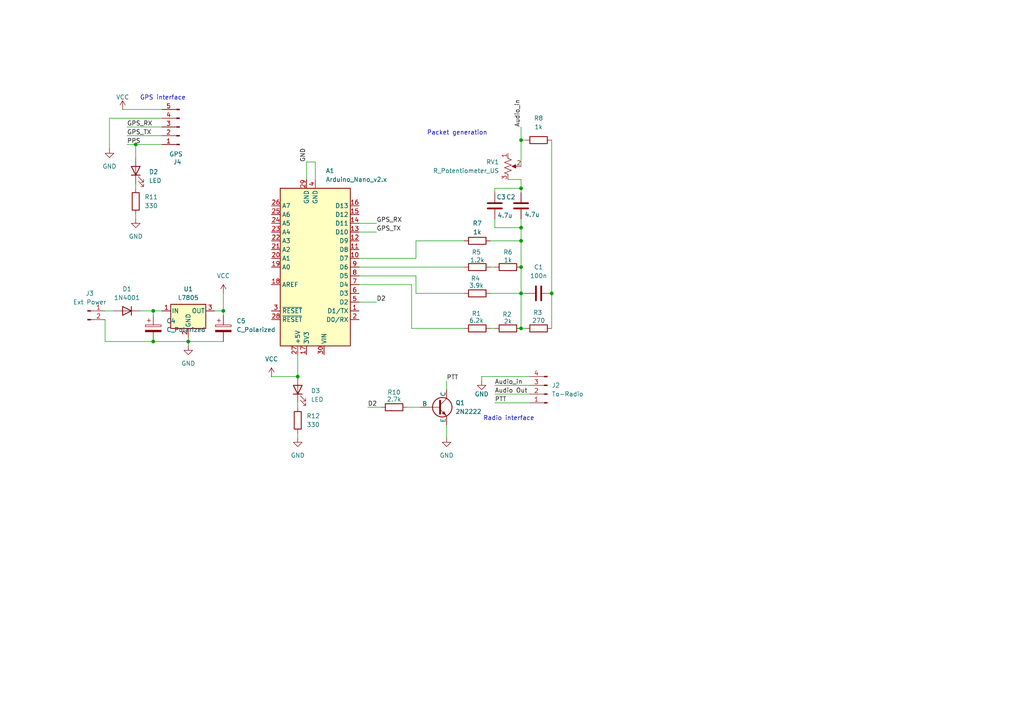
<source format=kicad_sch>
(kicad_sch (version 20231120) (generator "eeschema") (generator_version "8.0")
  (paper "A4")
  (lib_symbols
    (symbol "Connector:Conn_01x02_Pin" (pin_names (offset 1.016) hide)
      (property "Reference" "J" (at 0 2.54 0))
      (property "Value" "Conn_01x02_Pin" (at 0 -5.08 0))
      (symbol "Conn_01x02_Pin_1_1"
        (polyline (pts (xy 1.27 -2.54) (xy 0.8636 -2.54)) (stroke (width 0.1524)))
        (polyline (pts (xy 1.27 0) (xy 0.8636 0)) (stroke (width 0.1524)))
        (rectangle (start 0.8636 -2.413) (end 0 -2.667) (stroke (width 0.1524)) (fill (type outline)))
        (rectangle (start 0.8636 0.127) (end 0 -0.127) (stroke (width 0.1524)) (fill (type outline)))
        (pin passive line (at 5.08 0 180) (length 3.81) (name "Pin_1") (number "1"))
        (pin passive line (at 5.08 -2.54 180) (length 3.81) (name "Pin_2") (number "2"))
      )
    )
    (symbol "Connector:Conn_01x04_Pin" (pin_names (offset 1.016) hide)
      (property "Reference" "J" (at 0 5.08 0))
      (property "Value" "Conn_01x04_Pin" (at 0 -7.62 0))
      (symbol "Conn_01x04_Pin_1_1"
        (polyline (pts (xy 1.27 -5.08) (xy 0.8636 -5.08)) (stroke (width 0.1524)))
        (polyline (pts (xy 1.27 -2.54) (xy 0.8636 -2.54)) (stroke (width 0.1524)))
        (polyline (pts (xy 1.27 0) (xy 0.8636 0)) (stroke (width 0.1524)))
        (polyline (pts (xy 1.27 2.54) (xy 0.8636 2.54)) (stroke (width 0.1524)))
        (rectangle (start 0.8636 -4.953) (end 0 -5.207) (stroke (width 0.1524)) (fill (type outline)))
        (rectangle (start 0.8636 -2.413) (end 0 -2.667) (stroke (width 0.1524)) (fill (type outline)))
        (rectangle (start 0.8636 0.127) (end 0 -0.127) (stroke (width 0.1524)) (fill (type outline)))
        (rectangle (start 0.8636 2.667) (end 0 2.413) (stroke (width 0.1524)) (fill (type outline)))
        (pin passive line (at 5.08 2.54 180) (length 3.81) (name "Pin_1") (number "1"))
        (pin passive line (at 5.08 0 180) (length 3.81) (name "Pin_2") (number "2"))
        (pin passive line (at 5.08 -2.54 180) (length 3.81) (name "Pin_3") (number "3"))
        (pin passive line (at 5.08 -5.08 180) (length 3.81) (name "Pin_4") (number "4"))
      )
    )
    (symbol "Connector:Conn_01x05_Pin" (pin_names (offset 1.016) hide)
      (property "Reference" "J" (at 0 7.62 0))
      (property "Value" "Conn_01x05_Pin" (at 0 -7.62 0))
      (symbol "Conn_01x05_Pin_1_1"
        (polyline (pts (xy 1.27 -5.08) (xy 0.8636 -5.08)) (stroke (width 0.1524)))
        (polyline (pts (xy 1.27 -2.54) (xy 0.8636 -2.54)) (stroke (width 0.1524)))
        (polyline (pts (xy 1.27 0) (xy 0.8636 0)) (stroke (width 0.1524)))
        (polyline (pts (xy 1.27 2.54) (xy 0.8636 2.54)) (stroke (width 0.1524)))
        (polyline (pts (xy 1.27 5.08) (xy 0.8636 5.08)) (stroke (width 0.1524)))
        (rectangle (start 0.8636 -4.953) (end 0 -5.207) (stroke (width 0.1524)) (fill (type outline)))
        (rectangle (start 0.8636 -2.413) (end 0 -2.667) (stroke (width 0.1524)) (fill (type outline)))
        (rectangle (start 0.8636 0.127) (end 0 -0.127) (stroke (width 0.1524)) (fill (type outline)))
        (rectangle (start 0.8636 2.667) (end 0 2.413) (stroke (width 0.1524)) (fill (type outline)))
        (rectangle (start 0.8636 5.207) (end 0 4.953) (stroke (width 0.1524)) (fill (type outline)))
        (pin passive line (at 5.08 5.08 180) (length 3.81) (name "Pin_1") (number "1"))
        (pin passive line (at 5.08 2.54 180) (length 3.81) (name "Pin_2") (number "2"))
        (pin passive line (at 5.08 0 180) (length 3.81) (name "Pin_3") (number "3"))
        (pin passive line (at 5.08 -2.54 180) (length 3.81) (name "Pin_4") (number "4"))
        (pin passive line (at 5.08 -5.08 180) (length 3.81) (name "Pin_5") (number "5"))
      )
    )
    (symbol "Device:C" (pin_numbers hide) (pin_names (offset 0.254))
      (property "Reference" "C" (at 0.635 2.54 0))
      (property "Value" "C" (at 0.635 -2.54 0))
      (symbol "C_0_1"
        (polyline (pts (xy -2.032 -0.762) (xy 2.032 -0.762)) (stroke (width 0.508)))
        (polyline (pts (xy -2.032 0.762) (xy 2.032 0.762)) (stroke (width 0.508)))
      )
      (symbol "C_1_1"
        (pin passive line (at 0 3.81 270) (length 2.794) (name "~") (number "1"))
        (pin passive line (at 0 -3.81 90) (length 2.794) (name "~") (number "2"))
      )
    )
    (symbol "Device:C_Polarized" (pin_numbers hide) (pin_names (offset 0.254))
      (property "Reference" "C" (at 0.635 2.54 0))
      (property "Value" "C_Polarized" (at 0.635 -2.54 0))
      (symbol "C_Polarized_0_1"
        (rectangle (start -2.286 0.508) (end 2.286 1.016))
        (polyline (pts (xy -1.778 2.286) (xy -0.762 2.286)))
        (polyline (pts (xy -1.27 2.794) (xy -1.27 1.778)))
        (rectangle (start 2.286 -0.508) (end -2.286 -1.016) (fill (type outline)))
      )
      (symbol "C_Polarized_1_1"
        (pin passive line (at 0 3.81 270) (length 2.794) (name "~") (number "1"))
        (pin passive line (at 0 -3.81 90) (length 2.794) (name "~") (number "2"))
      )
    )
    (symbol "Device:LED" (pin_numbers hide) (pin_names (offset 1.016) hide)
      (property "Reference" "D" (at 0 2.54 0))
      (property "Value" "LED" (at 0 -2.54 0))
      (symbol "LED_0_1"
        (polyline (pts (xy -1.27 -1.27) (xy -1.27 1.27)) (stroke (width 0.254)))
        (polyline (pts (xy -1.27 0) (xy 1.27 0)))
        (polyline (pts (xy 1.27 -1.27) (xy 1.27 1.27) (xy -1.27 0) (xy 1.27 -1.27)) (stroke (width 0.254)))
        (polyline (pts (xy -3.048 -0.762) (xy -4.572 -2.286) (xy -3.81 -2.286) (xy -4.572 -2.286) (xy -4.572 -1.524)))
        (polyline (pts (xy -1.778 -0.762) (xy -3.302 -2.286) (xy -2.54 -2.286) (xy -3.302 -2.286) (xy -3.302 -1.524)))
      )
      (symbol "LED_1_1"
        (pin passive line (at -3.81 0 0) (length 2.54) (name "K") (number "1"))
        (pin passive line (at 3.81 0 180) (length 2.54) (name "A") (number "2"))
      )
    )
    (symbol "Device:R" (pin_numbers hide) (pin_names (offset 0))
      (property "Reference" "R" (at 2.032 0 90))
      (property "Value" "R" (at 0 0 90))
      (symbol "R_0_1"
        (rectangle (start -1.016 -2.54) (end 1.016 2.54) (stroke (width 0.254)))
      )
      (symbol "R_1_1"
        (pin passive line (at 0 3.81 270) (length 1.27) (name "~") (number "1"))
        (pin passive line (at 0 -3.81 90) (length 1.27) (name "~") (number "2"))
      )
    )
    (symbol "Device:R_Potentiometer_US" (pin_names (offset 1.016) hide)
      (property "Reference" "RV" (at -4.445 0 90))
      (property "Value" "R_Potentiometer_US" (at -2.54 0 90))
      (symbol "R_Potentiometer_US_0_1"
        (polyline (pts (xy 0 -2.286) (xy 0 -2.54)))
        (polyline (pts (xy 0 2.54) (xy 0 2.286)))
        (polyline (pts (xy 2.54 0) (xy 1.524 0)))
        (polyline (pts (xy 1.143 0) (xy 2.286 0.508) (xy 2.286 -0.508) (xy 1.143 0)) (fill (type outline)))
        (polyline (pts (xy 0 -0.762) (xy 1.016 -1.143) (xy 0 -1.524) (xy -1.016 -1.905) (xy 0 -2.286)))
        (polyline (pts (xy 0 0.762) (xy 1.016 0.381) (xy 0 0) (xy -1.016 -0.381) (xy 0 -0.762)))
        (polyline (pts (xy 0 2.286) (xy 1.016 1.905) (xy 0 1.524) (xy -1.016 1.143) (xy 0 0.762)))
      )
      (symbol "R_Potentiometer_US_1_1"
        (pin passive line (at 0 3.81 270) (length 1.27) (name "1") (number "1"))
        (pin passive line (at 3.81 0 180) (length 1.27) (name "2") (number "2"))
        (pin passive line (at 0 -3.81 90) (length 1.27) (name "3") (number "3"))
      )
    )
    (symbol "Diode:1N4001" (pin_numbers hide) (pin_names hide)
      (property "Reference" "D" (at 0 2.54 0))
      (property "Value" "1N4001" (at 0 -2.54 0))
      (symbol "1N4001_0_1"
        (polyline (pts (xy -1.27 1.27) (xy -1.27 -1.27)) (stroke (width 0.254)))
        (polyline (pts (xy 1.27 0) (xy -1.27 0)))
        (polyline (pts (xy 1.27 1.27) (xy 1.27 -1.27) (xy -1.27 0) (xy 1.27 1.27)) (stroke (width 0.254)))
      )
      (symbol "1N4001_1_1"
        (pin passive line (at -3.81 0 0) (length 2.54) (name "K") (number "1"))
        (pin passive line (at 3.81 0 180) (length 2.54) (name "A") (number "2"))
      )
    )
    (symbol "MCU_Module:Arduino_Nano_v2.x"
      (property "Reference" "A" (at -10.16 23.495 0))
      (property "Value" "Arduino_Nano_v2.x" (at 5.08 -24.13 0))
      (symbol "Arduino_Nano_v2.x_0_1"
        (rectangle (start -10.16 22.86) (end 10.16 -22.86) (stroke (width 0.254)) (fill (type background)))
      )
      (symbol "Arduino_Nano_v2.x_1_1"
        (pin bidirectional line (at -12.7 12.7 0) (length 2.54) (name "D1/TX") (number "1"))
        (pin bidirectional line (at -12.7 -2.54 0) (length 2.54) (name "D7") (number "10"))
        (pin bidirectional line (at -12.7 -5.08 0) (length 2.54) (name "D8") (number "11"))
        (pin bidirectional line (at -12.7 -7.62 0) (length 2.54) (name "D9") (number "12"))
        (pin bidirectional line (at -12.7 -10.16 0) (length 2.54) (name "D10") (number "13"))
        (pin bidirectional line (at -12.7 -12.7 0) (length 2.54) (name "D11") (number "14"))
        (pin bidirectional line (at -12.7 -15.24 0) (length 2.54) (name "D12") (number "15"))
        (pin bidirectional line (at -12.7 -17.78 0) (length 2.54) (name "D13") (number "16"))
        (pin power_out line (at 2.54 25.4 270) (length 2.54) (name "3V3") (number "17"))
        (pin input line (at 12.7 5.08 180) (length 2.54) (name "AREF") (number "18"))
        (pin bidirectional line (at 12.7 0 180) (length 2.54) (name "A0") (number "19"))
        (pin bidirectional line (at -12.7 15.24 0) (length 2.54) (name "D0/RX") (number "2"))
        (pin bidirectional line (at 12.7 -2.54 180) (length 2.54) (name "A1") (number "20"))
        (pin bidirectional line (at 12.7 -5.08 180) (length 2.54) (name "A2") (number "21"))
        (pin bidirectional line (at 12.7 -7.62 180) (length 2.54) (name "A3") (number "22"))
        (pin bidirectional line (at 12.7 -10.16 180) (length 2.54) (name "A4") (number "23"))
        (pin bidirectional line (at 12.7 -12.7 180) (length 2.54) (name "A5") (number "24"))
        (pin bidirectional line (at 12.7 -15.24 180) (length 2.54) (name "A6") (number "25"))
        (pin bidirectional line (at 12.7 -17.78 180) (length 2.54) (name "A7") (number "26"))
        (pin power_out line (at 5.08 25.4 270) (length 2.54) (name "+5V") (number "27"))
        (pin input line (at 12.7 15.24 180) (length 2.54) (name "~{RESET}") (number "28"))
        (pin power_in line (at 2.54 -25.4 90) (length 2.54) (name "GND") (number "29"))
        (pin input line (at 12.7 12.7 180) (length 2.54) (name "~{RESET}") (number "3"))
        (pin power_in line (at -2.54 25.4 270) (length 2.54) (name "VIN") (number "30"))
        (pin power_in line (at 0 -25.4 90) (length 2.54) (name "GND") (number "4"))
        (pin bidirectional line (at -12.7 10.16 0) (length 2.54) (name "D2") (number "5"))
        (pin bidirectional line (at -12.7 7.62 0) (length 2.54) (name "D3") (number "6"))
        (pin bidirectional line (at -12.7 5.08 0) (length 2.54) (name "D4") (number "7"))
        (pin bidirectional line (at -12.7 2.54 0) (length 2.54) (name "D5") (number "8"))
        (pin bidirectional line (at -12.7 0 0) (length 2.54) (name "D6") (number "9"))
      )
    )
    (symbol "Regulator_Linear:L7805" (pin_names (offset 0.254))
      (property "Reference" "U" (at -3.81 3.175 0))
      (property "Value" "L7805" (at 0 3.175 0))
      (symbol "L7805_0_1"
        (rectangle (start -5.08 1.905) (end 5.08 -5.08) (stroke (width 0.254)) (fill (type background)))
      )
      (symbol "L7805_1_1"
        (pin power_in line (at -7.62 0 0) (length 2.54) (name "IN") (number "1"))
        (pin power_in line (at 0 -7.62 90) (length 2.54) (name "GND") (number "2"))
        (pin power_out line (at 7.62 0 180) (length 2.54) (name "OUT") (number "3"))
      )
    )
    (symbol "Simulation_SPICE:NPN" (pin_numbers hide) (pin_names (offset 0))
      (property "Reference" "Q" (at -2.54 7.62 0))
      (property "Value" "NPN" (at -2.54 5.08 0))
      (symbol "NPN_0_1"
        (polyline (pts (xy -2.54 0) (xy 0.635 0)) (stroke (width 0.1524)))
        (polyline (pts (xy 0.635 0.635) (xy 2.54 2.54)))
        (polyline (pts (xy 2.794 -1.27) (xy 2.794 -1.27)) (stroke (width 0.1524)))
        (polyline (pts (xy 2.794 -1.27) (xy 2.794 -1.27)) (stroke (width 0.1524)))
        (polyline (pts (xy 0.635 -0.635) (xy 2.54 -2.54) (xy 2.54 -2.54)))
        (polyline (pts (xy 0.635 1.905) (xy 0.635 -1.905) (xy 0.635 -1.905)) (stroke (width 0.508)))
        (polyline (pts (xy 1.27 -1.778) (xy 1.778 -1.27) (xy 2.286 -2.286) (xy 1.27 -1.778) (xy 1.27 -1.778)) (fill (type outline)))
        (circle (center 1.27 0) (radius 2.8194) (stroke (width 0.254)))
      )
      (symbol "NPN_1_1"
        (pin open_collector line (at 2.54 5.08 270) (length 2.54) (name "C") (number "1"))
        (pin input line (at -5.08 0 0) (length 2.54) (name "B") (number "2"))
        (pin open_emitter line (at 2.54 -5.08 90) (length 2.54) (name "E") (number "3"))
      )
    )
    (symbol "power:GND" (power) (pin_numbers hide) (pin_names (offset 0) hide)
      (property "Value" "GND" (at 0 -3.81 0))
      (symbol "GND_0_1"
        (polyline (pts (xy 0 0) (xy 0 -1.27) (xy 1.27 -1.27) (xy 0 -2.54) (xy -1.27 -1.27) (xy 0 -1.27)))
      )
      (symbol "GND_1_1"
        (pin power_in line (at 0 0 270) (length 0) (name "~") (number "1"))
      )
    )
    (symbol "power:VCC" (power) (pin_numbers hide) (pin_names (offset 0) hide)
      (property "Value" "VCC" (at 0 3.556 0))
      (symbol "VCC_0_1"
        (polyline (pts (xy -0.762 1.27) (xy 0 2.54)))
        (polyline (pts (xy 0 0) (xy 0 2.54)))
        (polyline (pts (xy 0 2.54) (xy 0.762 1.27)))
      )
      (symbol "VCC_1_1"
        (pin power_in line (at 0 0 90) (length 0) (name "~") (number "1"))
      )
    )
  )
  (junction (at 151.13 85.09))
  (junction (at 151.13 66.04))
  (junction (at 54.61 99.06))
  (junction (at 86.36 109.22))
  (junction (at 151.13 69.85))
  (junction (at 151.13 77.47))
  (junction (at 44.45 90.17))
  (junction (at 160.02 85.09))
  (junction (at 39.37 41.91))
  (junction (at 44.45 99.06))
  (junction (at 151.13 95.25))
  (junction (at 64.77 90.17))
  (junction (at 151.13 54.61))
  (junction (at 151.13 40.64))
  (wire (pts (xy 151.13 54.61) (xy 151.13 55.88)))
  (wire (pts (xy 36.83 39.37) (xy 46.99 39.37)))
  (wire (pts (xy 143.51 114.3) (xy 153.67 114.3)))
  (wire (pts (xy 40.64 90.17) (xy 44.45 90.17)))
  (wire (pts (xy 104.14 87.63) (xy 109.22 87.63)))
  (wire (pts (xy 151.13 95.25) (xy 152.4 95.25)))
  (wire (pts (xy 139.7 109.22) (xy 153.67 109.22)))
  (wire (pts (xy 118.11 118.11) (xy 121.92 118.11)))
  (wire (pts (xy 120.65 85.09) (xy 134.62 85.09)))
  (wire (pts (xy 91.44 52.07) (xy 91.44 46.99)))
  (wire (pts (xy 151.13 40.64) (xy 151.13 48.26)))
  (wire (pts (xy 151.13 85.09) (xy 151.13 95.25)))
  (wire (pts (xy 64.77 85.09) (xy 64.77 90.17)))
  (wire (pts (xy 36.83 36.83) (xy 46.99 36.83)))
  (wire (pts (xy 143.51 66.04) (xy 151.13 66.04)))
  (wire (pts (xy 119.38 95.25) (xy 119.38 82.55)))
  (wire (pts (xy 104.14 74.93) (xy 120.65 74.93)))
  (wire (pts (xy 143.51 54.61) (xy 151.13 54.61)))
  (wire (pts (xy 44.45 99.06) (xy 54.61 99.06)))
  (wire (pts (xy 46.99 90.17) (xy 44.45 90.17)))
  (wire (pts (xy 147.32 52.07) (xy 151.13 52.07)))
  (wire (pts (xy 31.75 34.29) (xy 46.99 34.29)))
  (wire (pts (xy 104.14 67.31) (xy 109.22 67.31)))
  (wire (pts (xy 39.37 62.23) (xy 39.37 63.5)))
  (wire (pts (xy 120.65 80.01) (xy 120.65 85.09)))
  (wire (pts (xy 120.65 74.93) (xy 120.65 69.85)))
  (wire (pts (xy 88.9 46.99) (xy 91.44 46.99)))
  (wire (pts (xy 151.13 85.09) (xy 151.13 77.47)))
  (wire (pts (xy 129.54 123.19) (xy 129.54 127)))
  (wire (pts (xy 30.48 90.17) (xy 33.02 90.17)))
  (wire (pts (xy 39.37 53.34) (xy 39.37 54.61)))
  (wire (pts (xy 86.36 116.84) (xy 86.36 118.11)))
  (wire (pts (xy 160.02 40.64) (xy 160.02 85.09)))
  (wire (pts (xy 139.7 109.22) (xy 139.7 110.49)))
  (wire (pts (xy 104.14 80.01) (xy 120.65 80.01)))
  (wire (pts (xy 104.14 77.47) (xy 134.62 77.47)))
  (wire (pts (xy 86.36 125.73) (xy 86.36 127)))
  (wire (pts (xy 129.54 110.49) (xy 129.54 113.03)))
  (wire (pts (xy 151.13 63.5) (xy 151.13 66.04)))
  (wire (pts (xy 151.13 69.85) (xy 151.13 77.47)))
  (wire (pts (xy 119.38 82.55) (xy 104.14 82.55)))
  (wire (pts (xy 142.24 95.25) (xy 143.51 95.25)))
  (wire (pts (xy 39.37 41.91) (xy 39.37 45.72)))
  (wire (pts (xy 54.61 99.06) (xy 64.77 99.06)))
  (wire (pts (xy 86.36 102.87) (xy 86.36 109.22)))
  (wire (pts (xy 151.13 40.64) (xy 152.4 40.64)))
  (wire (pts (xy 160.02 85.09) (xy 160.02 95.25)))
  (wire (pts (xy 64.77 90.17) (xy 62.23 90.17)))
  (wire (pts (xy 151.13 36.83) (xy 151.13 40.64)))
  (wire (pts (xy 143.51 63.5) (xy 143.51 66.04)))
  (wire (pts (xy 31.75 34.29) (xy 31.75 43.18)))
  (wire (pts (xy 142.24 69.85) (xy 151.13 69.85)))
  (wire (pts (xy 88.9 46.99) (xy 88.9 52.07)))
  (wire (pts (xy 104.14 64.77) (xy 109.22 64.77)))
  (wire (pts (xy 30.48 92.71) (xy 30.48 99.06)))
  (wire (pts (xy 44.45 90.17) (xy 44.45 91.44)))
  (wire (pts (xy 106.68 118.11) (xy 110.49 118.11)))
  (wire (pts (xy 120.65 69.85) (xy 134.62 69.85)))
  (wire (pts (xy 143.51 111.76) (xy 153.67 111.76)))
  (wire (pts (xy 35.56 31.75) (xy 46.99 31.75)))
  (wire (pts (xy 134.62 95.25) (xy 119.38 95.25)))
  (wire (pts (xy 78.74 109.22) (xy 86.36 109.22)))
  (wire (pts (xy 36.83 41.91) (xy 39.37 41.91)))
  (wire (pts (xy 143.51 55.88) (xy 143.51 54.61)))
  (wire (pts (xy 151.13 52.07) (xy 151.13 54.61)))
  (wire (pts (xy 142.24 77.47) (xy 143.51 77.47)))
  (wire (pts (xy 64.77 91.44) (xy 64.77 90.17)))
  (wire (pts (xy 54.61 99.06) (xy 54.61 100.33)))
  (wire (pts (xy 54.61 97.79) (xy 54.61 99.06)))
  (wire (pts (xy 151.13 66.04) (xy 151.13 69.85)))
  (wire (pts (xy 142.24 85.09) (xy 151.13 85.09)))
  (wire (pts (xy 143.51 116.84) (xy 153.67 116.84)))
  (wire (pts (xy 30.48 99.06) (xy 44.45 99.06)))
  (wire (pts (xy 149.86 95.25) (xy 151.13 95.25)))
  (wire (pts (xy 39.37 41.91) (xy 46.99 41.91)))
  (wire (pts (xy 151.13 85.09) (xy 152.4 85.09)))
  (text "GPS interface" (at 47.244 28.448 0) (effects (font (size 1.27 1.27))))
  (text "Packet generation" (at 132.588 38.608 0) (effects (font (size 1.27 1.27))))
  (text "Radio interface" (at 147.574 121.412 0) (effects (font (size 1.27 1.27))))
  (label "GND" (at 88.9 46.99 90))
  (label "PPS" (at 36.83 41.91 0))
  (label "Audio Out" (at 143.51 114.3 0))
  (label "GPS_TX" (at 109.22 67.31 0))
  (label "Audio_in" (at 151.13 36.83 90))
  (label "Audio_in" (at 143.51 111.76 0))
  (label "D2" (at 106.68 118.11 0))
  (label "GPS_RX" (at 36.83 36.83 0))
  (label "GPS_RX" (at 109.22 64.77 0))
  (label "PTT" (at 129.54 110.49 0))
  (label "PTT" (at 143.51 116.84 0))
  (label "GPS_TX" (at 36.83 39.37 0))
  (label "D2" (at 109.22 87.63 0))
  (symbol (lib_id "Device:C_Polarized") (at 44.45 95.25 0) (unit 1)
    (property "Reference" "C4" (at 48.26 93.0909 0) (effects (justify left)))
    (property "Value" "C_Polarized" (at 48.26 95.6309 0) (effects (justify left)))
    (property "Footprint" "Capacitor_SMD:CP_Elec_4x4.5" (effects (hide yes)))
    (property "Description" "Polarized capacitor" (effects (hide yes)))
  )
  (symbol (lib_id "power:GND") (at 139.7 110.49 0) (unit 1)
    (property "Reference" "#PWR03" (effects (hide yes)))
    (property "Value" "GND" (at 139.7 114.3 0))
    (property "Description" "Power symbol creates a global label with name \"GND\" , ground" (effects (hide yes)))
  )
  (symbol (lib_id "power:VCC") (at 78.74 109.22 0) (unit 1)
    (property "Reference" "#PWR05" (effects (hide yes)))
    (property "Value" "VCC" (at 78.74 104.14 0))
    (property "Description" "Power symbol creates a global label with name \"VCC\"" (effects (hide yes)))
  )
  (symbol (lib_id "Device:C") (at 156.21 85.09 90) (unit 1)
    (property "Reference" "C1" (at 156.21 77.47 90))
    (property "Value" "100n" (at 156.21 80.01 90))
    (property "Footprint" "Capacitor_THT:C_Disc_D4.7mm_W2.5mm_P5.00mm" (effects (hide yes)))
    (property "Description" "Unpolarized capacitor" (effects (hide yes)))
  )
  (symbol (lib_id "Simulation_SPICE:NPN") (at 127 118.11 0) (unit 1)
    (property "Reference" "Q1" (at 132.08 116.8399 0) (effects (justify left)))
    (property "Value" "2N2222" (at 132.08 119.3799 0) (effects (justify left)))
    (property "Footprint" "Package_TO_SOT_THT:TO-92_Inline_Wide" (effects (hide yes)))
    (property "Datasheet" "https://ngspice.sourceforge.io/docs/ngspice-html-manual/manual.xhtml#cha_BJTs" (effects (hide yes)))
    (property "Description" "Bipolar transistor symbol for simulation only, substrate tied to the emitter" (effects (hide yes)))
    (property "Sim.Device" "NPN" (effects (hide yes)))
    (property "Sim.Type" "GUMMELPOON" (effects (hide yes)))
    (property "Sim.Pins" "1=C 2=B 3=E" (effects (hide yes)))
  )
  (symbol (lib_id "Device:R") (at 138.43 95.25 90) (unit 1)
    (property "Reference" "R1" (at 138.176 90.932 90))
    (property "Value" "6.2k" (at 138.176 92.964 90))
    (property "Footprint" "Resistor_THT:R_Axial_DIN0207_L6.3mm_D2.5mm_P10.16mm_Horizontal" (effects (hide yes)))
    (property "Description" "Resistor" (effects (hide yes)))
  )
  (symbol (lib_id "Device:R") (at 156.21 95.25 90) (unit 1)
    (property "Reference" "R3" (at 155.956 90.678 90))
    (property "Value" "270" (at 156.21 92.964 90))
    (property "Footprint" "Resistor_THT:R_Axial_DIN0207_L6.3mm_D2.5mm_P10.16mm_Horizontal" (effects (hide yes)))
    (property "Description" "Resistor" (effects (hide yes)))
  )
  (symbol (lib_id "Connector:Conn_01x04_Pin") (at 158.75 114.3 180) (unit 1)
    (property "Reference" "J2" (at 160.02 111.7599 0) (effects (justify right)))
    (property "Value" "To-Radio" (at 160.02 114.2999 0) (effects (justify right)))
    (property "Footprint" "Connector_PinHeader_2.54mm:PinHeader_1x04_P2.54mm_Vertical" (effects (hide yes)))
    (property "Description" "Generic connector, single row, 01x04, script generated" (effects (hide yes)))
  )
  (symbol (lib_id "Device:R") (at 138.43 85.09 90) (unit 1)
    (property "Reference" "R4" (at 137.922 80.772 90))
    (property "Value" "3.9k" (at 138.176 82.804 90))
    (property "Footprint" "Resistor_THT:R_Axial_DIN0207_L6.3mm_D2.5mm_P10.16mm_Horizontal" (effects (hide yes)))
    (property "Description" "Resistor" (effects (hide yes)))
  )
  (symbol (lib_id "Device:C") (at 151.13 59.69 180) (unit 1)
    (property "Reference" "C2" (at 146.812 57.15 0) (effects (justify right)))
    (property "Value" "4.7u" (at 152.146 62.23 0) (effects (justify right)))
    (property "Footprint" "Capacitor_THT:C_Disc_D4.7mm_W2.5mm_P5.00mm" (effects (hide yes)))
    (property "Description" "Unpolarized capacitor" (effects (hide yes)))
  )
  (symbol (lib_id "Device:R") (at 138.43 69.85 90) (unit 1)
    (property "Reference" "R7" (at 138.43 64.77 90))
    (property "Value" "1k" (at 138.43 67.31 90))
    (property "Footprint" "Resistor_THT:R_Axial_DIN0207_L6.3mm_D2.5mm_P10.16mm_Horizontal" (effects (hide yes)))
    (property "Description" "Resistor" (effects (hide yes)))
  )
  (symbol (lib_id "power:GND") (at 129.54 127 0) (unit 1)
    (property "Reference" "#PWR01" (effects (hide yes)))
    (property "Value" "GND" (at 129.54 132.08 0))
    (property "Description" "Power symbol creates a global label with name \"GND\" , ground" (effects (hide yes)))
  )
  (symbol (lib_id "Device:R") (at 156.21 40.64 90) (unit 1)
    (property "Reference" "R8" (at 156.21 34.29 90))
    (property "Value" "1k" (at 156.21 36.83 90))
    (property "Footprint" "Resistor_THT:R_Axial_DIN0207_L6.3mm_D2.5mm_P10.16mm_Horizontal" (effects (hide yes)))
    (property "Description" "Resistor" (effects (hide yes)))
  )
  (symbol (lib_id "Device:R") (at 86.36 121.92 180) (unit 1)
    (property "Reference" "R12" (at 88.9 120.6499 0) (effects (justify right)))
    (property "Value" "330" (at 88.9 123.1899 0) (effects (justify right)))
    (property "Footprint" "Resistor_THT:R_Axial_DIN0207_L6.3mm_D2.5mm_P10.16mm_Horizontal" (effects (hide yes)))
    (property "Description" "Resistor" (effects (hide yes)))
  )
  (symbol (lib_id "Connector:Conn_01x05_Pin") (at 52.07 36.83 180) (unit 1)
    (property "Reference" "J4" (at 51.435 46.99 0))
    (property "Value" "GPS" (at 51.054 44.704 0))
    (property "Footprint" "Connector_PinHeader_2.54mm:PinHeader_1x05_P2.54mm_Vertical" (effects (hide yes)))
    (property "Description" "Generic connector, single row, 01x05, script generated" (effects (hide yes)))
  )
  (symbol (lib_id "MCU_Module:Arduino_Nano_v2.x") (at 91.44 77.47 180) (unit 1)
    (property "Reference" "A1" (at 94.4565 49.53 0) (effects (justify right)))
    (property "Value" "Arduino_Nano_v2.x" (at 94.4565 52.07 0) (effects (justify right)))
    (property "Footprint" "Module:Arduino_Nano" (effects (hide yes)))
    (property "Datasheet" "https://www.arduino.cc/en/uploads/Main/ArduinoNanoManual23.pdf" (effects (hide yes)))
    (property "Description" "Arduino Nano v2.x" (effects (hide yes)))
  )
  (symbol (lib_id "power:GND") (at 86.36 127 0) (unit 1)
    (property "Reference" "#PWR09" (effects (hide yes)))
    (property "Value" "GND" (at 86.36 132.08 0))
    (property "Description" "Power symbol creates a global label with name \"GND\" , ground" (effects (hide yes)))
  )
  (symbol (lib_id "Device:R") (at 114.3 118.11 90) (unit 1)
    (property "Reference" "R10" (at 114.3 113.792 90))
    (property "Value" "2.7k" (at 114.3 115.824 90))
    (property "Footprint" "Resistor_THT:R_Axial_DIN0207_L6.3mm_D2.5mm_P10.16mm_Horizontal" (effects (hide yes)))
    (property "Description" "Resistor" (effects (hide yes)))
  )
  (symbol (lib_id "Device:C") (at 143.51 59.69 180) (unit 1)
    (property "Reference" "C3" (at 144.018 57.15 0) (effects (justify right)))
    (property "Value" "4.7u" (at 144.272 62.484 0) (effects (justify right)))
    (property "Footprint" "Capacitor_THT:C_Disc_D4.7mm_W2.5mm_P5.00mm" (effects (hide yes)))
    (property "Description" "Unpolarized capacitor" (effects (hide yes)))
  )
  (symbol (lib_id "power:VCC") (at 64.77 85.09 0) (unit 1)
    (property "Reference" "#PWR07" (effects (hide yes)))
    (property "Value" "VCC" (at 64.77 80.01 0))
    (property "Description" "Power symbol creates a global label with name \"VCC\"" (effects (hide yes)))
  )
  (symbol (lib_id "Device:R") (at 147.32 77.47 90) (unit 1)
    (property "Reference" "R6" (at 147.32 73.152 90))
    (property "Value" "1k" (at 147.32 75.438 90))
    (property "Footprint" "Resistor_THT:R_Axial_DIN0207_L6.3mm_D2.5mm_P10.16mm_Horizontal" (effects (hide yes)))
    (property "Description" "Resistor" (effects (hide yes)))
  )
  (symbol (lib_id "Diode:1N4001") (at 36.83 90.17 180) (unit 1)
    (property "Reference" "D1" (at 36.83 83.82 0))
    (property "Value" "1N4001" (at 36.83 86.36 0))
    (property "Footprint" "Diode_THT:D_DO-41_SOD81_P10.16mm_Horizontal" (effects (hide yes)))
    (property "Datasheet" "http://www.vishay.com/docs/88503/1n4001.pdf" (effects (hide yes)))
    (property "Description" "50V 1A General Purpose Rectifier Diode, DO-41" (effects (hide yes)))
    (property "Sim.Device" "D" (effects (hide yes)))
    (property "Sim.Pins" "1=K 2=A" (effects (hide yes)))
  )
  (symbol (lib_id "power:VCC") (at 35.56 31.75 0) (unit 1)
    (property "Reference" "#PWR04" (effects (hide yes)))
    (property "Value" "VCC" (at 35.56 28.194 0))
    (property "Description" "Power symbol creates a global label with name \"VCC\"" (effects (hide yes)))
  )
  (symbol (lib_id "Device:LED") (at 86.36 113.03 90) (unit 1)
    (property "Reference" "D3" (at 90.17 113.3474 90) (effects (justify right)))
    (property "Value" "LED" (at 90.17 115.8874 90) (effects (justify right)))
    (property "Footprint" "LED_THT:LED_D5.0mm" (effects (hide yes)))
    (property "Description" "Light emitting diode" (effects (hide yes)))
  )
  (symbol (lib_id "Regulator_Linear:L7805") (at 54.61 90.17 0) (unit 1)
    (property "Reference" "U1" (at 54.61 83.82 0))
    (property "Value" "L7805" (at 54.61 86.36 0))
    (property "Footprint" "Package_TO_SOT_THT:TO-220-3_Horizontal_TabDown" (effects (hide yes)))
    (property "Datasheet" "http://www.st.com/content/ccc/resource/technical/document/datasheet/41/4f/b3/b0/12/d4/47/88/CD00000444.pdf/files/CD00000444.pdf/jcr:content/translations/en.CD00000444.pdf" (effects (hide yes)))
    (property "Description" "Positive 1.5A 35V Linear Regulator, Fixed Output 5V, TO-220/TO-263/TO-252" (effects (hide yes)))
  )
  (symbol (lib_id "power:GND") (at 54.61 100.33 0) (unit 1)
    (property "Reference" "#PWR06" (effects (hide yes)))
    (property "Value" "GND" (at 54.61 105.41 0))
    (property "Description" "Power symbol creates a global label with name \"GND\" , ground" (effects (hide yes)))
  )
  (symbol (lib_id "power:GND") (at 31.75 43.18 0) (unit 1)
    (property "Reference" "#PWR02" (effects (hide yes)))
    (property "Value" "GND" (at 31.75 48.26 0))
    (property "Description" "Power symbol creates a global label with name \"GND\" , ground" (effects (hide yes)))
  )
  (symbol (lib_id "Device:R") (at 138.43 77.47 90) (unit 1)
    (property "Reference" "R5" (at 138.176 73.152 90))
    (property "Value" "1.2k" (at 138.43 75.438 90))
    (property "Footprint" "Resistor_THT:R_Axial_DIN0207_L6.3mm_D2.5mm_P10.16mm_Horizontal" (effects (hide yes)))
    (property "Description" "Resistor" (effects (hide yes)))
  )
  (symbol (lib_id "Connector:Conn_01x02_Pin") (at 25.4 90.17 0) (unit 1)
    (property "Reference" "J3" (at 26.035 85.09 0))
    (property "Value" "Ext Power" (at 26.035 87.63 0))
    (property "Footprint" "Connector_PinHeader_2.54mm:PinHeader_1x02_P2.54mm_Vertical" (effects (hide yes)))
    (property "Description" "Generic connector, single row, 01x02, script generated" (effects (hide yes)))
  )
  (symbol (lib_id "Device:R_Potentiometer_US") (at 147.32 48.26 0) (unit 1)
    (property "Reference" "RV1" (at 144.78 46.9899 0) (effects (justify right)))
    (property "Value" "R_Potentiometer_US" (at 144.78 49.5299 0) (effects (justify right)))
    (property "Footprint" "Potentiometer_THT:Potentiometer_Piher_PT-10-V05_Vertical" (effects (hide yes)))
    (property "Description" "Potentiometer, US symbol" (effects (hide yes)))
  )
  (symbol (lib_id "Device:LED") (at 39.37 49.53 90) (unit 1)
    (property "Reference" "D2" (at 43.18 49.8474 90) (effects (justify right)))
    (property "Value" "LED" (at 43.18 52.3874 90) (effects (justify right)))
    (property "Footprint" "LED_THT:LED_D5.0mm" (effects (hide yes)))
    (property "Description" "Light emitting diode" (effects (hide yes)))
  )
  (symbol (lib_id "Device:R") (at 39.37 58.42 180) (unit 1)
    (property "Reference" "R11" (at 41.91 57.1499 0) (effects (justify right)))
    (property "Value" "330" (at 41.91 59.6899 0) (effects (justify right)))
    (property "Footprint" "Resistor_THT:R_Axial_DIN0207_L6.3mm_D2.5mm_P10.16mm_Horizontal" (effects (hide yes)))
    (property "Description" "Resistor" (effects (hide yes)))
  )
  (symbol (lib_id "power:GND") (at 39.37 63.5 0) (unit 1)
    (property "Reference" "#PWR08" (effects (hide yes)))
    (property "Value" "GND" (at 39.37 68.58 0))
    (property "Description" "Power symbol creates a global label with name \"GND\" , ground" (effects (hide yes)))
  )
  (symbol (lib_id "Device:R") (at 147.32 95.25 90) (unit 1)
    (property "Reference" "R2" (at 147.066 91.186 90))
    (property "Value" "2k" (at 147.32 93.218 90))
    (property "Footprint" "Resistor_THT:R_Axial_DIN0207_L6.3mm_D2.5mm_P10.16mm_Horizontal" (effects (hide yes)))
    (property "Description" "Resistor" (effects (hide yes)))
  )
  (symbol (lib_id "Device:C_Polarized") (at 64.77 95.25 0) (unit 1)
    (property "Reference" "C5" (at 68.58 93.0909 0) (effects (justify left)))
    (property "Value" "C_Polarized" (at 68.58 95.6309 0) (effects (justify left)))
    (property "Footprint" "Capacitor_SMD:CP_Elec_4x4.5" (effects (hide yes)))
    (property "Description" "Polarized capacitor" (effects (hide yes)))
  )
)
</source>
